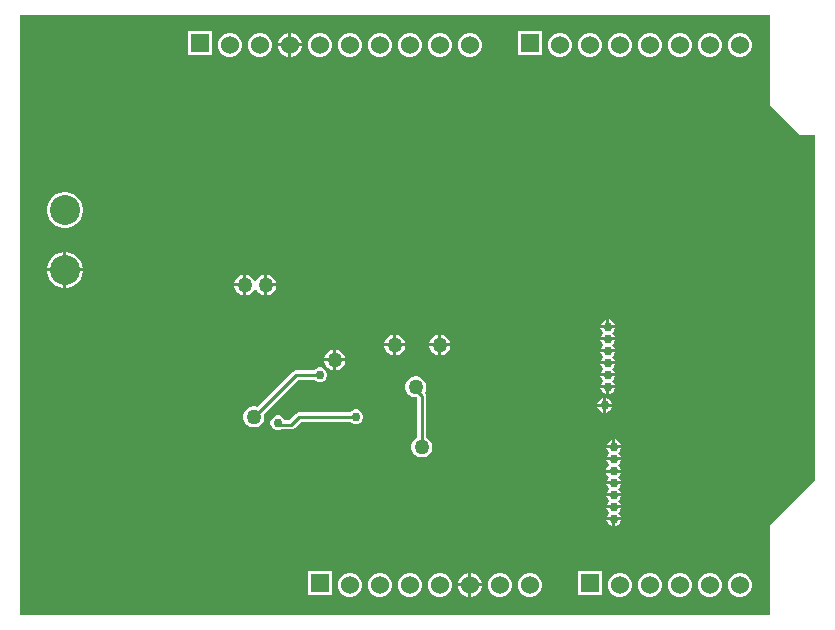
<source format=gbl>
G04*
G04 #@! TF.GenerationSoftware,Altium Limited,Altium Designer,23.3.1 (30)*
G04*
G04 Layer_Physical_Order=2*
G04 Layer_Color=16711680*
%FSLAX44Y44*%
%MOMM*%
G71*
G04*
G04 #@! TF.SameCoordinates,92076935-D0C0-4AE0-889B-4FEA7ABF897C*
G04*
G04*
G04 #@! TF.FilePolarity,Positive*
G04*
G01*
G75*
%ADD13C,0.2540*%
%ADD30C,2.5400*%
%ADD31C,1.5240*%
%ADD32R,1.5240X1.5240*%
%ADD33C,0.7620*%
%ADD34C,1.2700*%
G36*
X635000Y431800D02*
X660400Y406400D01*
X673100D01*
Y114300D01*
X635000Y76200D01*
Y0D01*
X0D01*
Y508000D01*
X635000D01*
Y431800D01*
D02*
G37*
%LPC*%
G36*
X229938Y492760D02*
X229870D01*
Y483870D01*
X238760D01*
Y483938D01*
X238068Y486522D01*
X236730Y488838D01*
X234838Y490730D01*
X232522Y492068D01*
X229938Y492760D01*
D02*
G37*
G36*
X227330D02*
X227262D01*
X224678Y492068D01*
X222362Y490730D01*
X220470Y488838D01*
X219132Y486522D01*
X218440Y483938D01*
Y483870D01*
X227330D01*
Y492760D01*
D02*
G37*
G36*
X441960Y494030D02*
X421640D01*
Y473710D01*
X441960D01*
Y494030D01*
D02*
G37*
G36*
X162560D02*
X142240D01*
Y473710D01*
X162560D01*
Y494030D01*
D02*
G37*
G36*
X610938Y492760D02*
X608262D01*
X605678Y492068D01*
X603362Y490730D01*
X601470Y488838D01*
X600132Y486522D01*
X599440Y483938D01*
Y481262D01*
X600132Y478678D01*
X601470Y476362D01*
X603362Y474470D01*
X605678Y473132D01*
X608262Y472440D01*
X610938D01*
X613522Y473132D01*
X615838Y474470D01*
X617730Y476362D01*
X619068Y478678D01*
X619760Y481262D01*
Y483938D01*
X619068Y486522D01*
X617730Y488838D01*
X615838Y490730D01*
X613522Y492068D01*
X610938Y492760D01*
D02*
G37*
G36*
X585538D02*
X582862D01*
X580278Y492068D01*
X577962Y490730D01*
X576070Y488838D01*
X574732Y486522D01*
X574040Y483938D01*
Y481262D01*
X574732Y478678D01*
X576070Y476362D01*
X577962Y474470D01*
X580278Y473132D01*
X582862Y472440D01*
X585538D01*
X588122Y473132D01*
X590438Y474470D01*
X592330Y476362D01*
X593668Y478678D01*
X594360Y481262D01*
Y483938D01*
X593668Y486522D01*
X592330Y488838D01*
X590438Y490730D01*
X588122Y492068D01*
X585538Y492760D01*
D02*
G37*
G36*
X560138D02*
X557462D01*
X554878Y492068D01*
X552562Y490730D01*
X550670Y488838D01*
X549332Y486522D01*
X548640Y483938D01*
Y481262D01*
X549332Y478678D01*
X550670Y476362D01*
X552562Y474470D01*
X554878Y473132D01*
X557462Y472440D01*
X560138D01*
X562722Y473132D01*
X565038Y474470D01*
X566930Y476362D01*
X568268Y478678D01*
X568960Y481262D01*
Y483938D01*
X568268Y486522D01*
X566930Y488838D01*
X565038Y490730D01*
X562722Y492068D01*
X560138Y492760D01*
D02*
G37*
G36*
X534738D02*
X532062D01*
X529478Y492068D01*
X527162Y490730D01*
X525270Y488838D01*
X523932Y486522D01*
X523240Y483938D01*
Y481262D01*
X523932Y478678D01*
X525270Y476362D01*
X527162Y474470D01*
X529478Y473132D01*
X532062Y472440D01*
X534738D01*
X537322Y473132D01*
X539638Y474470D01*
X541530Y476362D01*
X542868Y478678D01*
X543560Y481262D01*
Y483938D01*
X542868Y486522D01*
X541530Y488838D01*
X539638Y490730D01*
X537322Y492068D01*
X534738Y492760D01*
D02*
G37*
G36*
X509338D02*
X506662D01*
X504078Y492068D01*
X501762Y490730D01*
X499870Y488838D01*
X498532Y486522D01*
X497840Y483938D01*
Y481262D01*
X498532Y478678D01*
X499870Y476362D01*
X501762Y474470D01*
X504078Y473132D01*
X506662Y472440D01*
X509338D01*
X511922Y473132D01*
X514238Y474470D01*
X516130Y476362D01*
X517468Y478678D01*
X518160Y481262D01*
Y483938D01*
X517468Y486522D01*
X516130Y488838D01*
X514238Y490730D01*
X511922Y492068D01*
X509338Y492760D01*
D02*
G37*
G36*
X483938D02*
X481262D01*
X478678Y492068D01*
X476362Y490730D01*
X474470Y488838D01*
X473132Y486522D01*
X472440Y483938D01*
Y481262D01*
X473132Y478678D01*
X474470Y476362D01*
X476362Y474470D01*
X478678Y473132D01*
X481262Y472440D01*
X483938D01*
X486522Y473132D01*
X488838Y474470D01*
X490730Y476362D01*
X492068Y478678D01*
X492760Y481262D01*
Y483938D01*
X492068Y486522D01*
X490730Y488838D01*
X488838Y490730D01*
X486522Y492068D01*
X483938Y492760D01*
D02*
G37*
G36*
X458538D02*
X455862D01*
X453278Y492068D01*
X450962Y490730D01*
X449070Y488838D01*
X447732Y486522D01*
X447040Y483938D01*
Y481262D01*
X447732Y478678D01*
X449070Y476362D01*
X450962Y474470D01*
X453278Y473132D01*
X455862Y472440D01*
X458538D01*
X461122Y473132D01*
X463438Y474470D01*
X465330Y476362D01*
X466668Y478678D01*
X467360Y481262D01*
Y483938D01*
X466668Y486522D01*
X465330Y488838D01*
X463438Y490730D01*
X461122Y492068D01*
X458538Y492760D01*
D02*
G37*
G36*
X382338D02*
X379662D01*
X377078Y492068D01*
X374762Y490730D01*
X372870Y488838D01*
X371532Y486522D01*
X370840Y483938D01*
Y481262D01*
X371532Y478678D01*
X372870Y476362D01*
X374762Y474470D01*
X377078Y473132D01*
X379662Y472440D01*
X382338D01*
X384922Y473132D01*
X387238Y474470D01*
X389130Y476362D01*
X390468Y478678D01*
X391160Y481262D01*
Y483938D01*
X390468Y486522D01*
X389130Y488838D01*
X387238Y490730D01*
X384922Y492068D01*
X382338Y492760D01*
D02*
G37*
G36*
X356938D02*
X354262D01*
X351678Y492068D01*
X349362Y490730D01*
X347470Y488838D01*
X346132Y486522D01*
X345440Y483938D01*
Y481262D01*
X346132Y478678D01*
X347470Y476362D01*
X349362Y474470D01*
X351678Y473132D01*
X354262Y472440D01*
X356938D01*
X359522Y473132D01*
X361838Y474470D01*
X363730Y476362D01*
X365068Y478678D01*
X365760Y481262D01*
Y483938D01*
X365068Y486522D01*
X363730Y488838D01*
X361838Y490730D01*
X359522Y492068D01*
X356938Y492760D01*
D02*
G37*
G36*
X331538D02*
X328862D01*
X326278Y492068D01*
X323962Y490730D01*
X322070Y488838D01*
X320732Y486522D01*
X320040Y483938D01*
Y481262D01*
X320732Y478678D01*
X322070Y476362D01*
X323962Y474470D01*
X326278Y473132D01*
X328862Y472440D01*
X331538D01*
X334122Y473132D01*
X336438Y474470D01*
X338330Y476362D01*
X339668Y478678D01*
X340360Y481262D01*
Y483938D01*
X339668Y486522D01*
X338330Y488838D01*
X336438Y490730D01*
X334122Y492068D01*
X331538Y492760D01*
D02*
G37*
G36*
X306138D02*
X303462D01*
X300878Y492068D01*
X298562Y490730D01*
X296670Y488838D01*
X295332Y486522D01*
X294640Y483938D01*
Y481262D01*
X295332Y478678D01*
X296670Y476362D01*
X298562Y474470D01*
X300878Y473132D01*
X303462Y472440D01*
X306138D01*
X308722Y473132D01*
X311038Y474470D01*
X312930Y476362D01*
X314268Y478678D01*
X314960Y481262D01*
Y483938D01*
X314268Y486522D01*
X312930Y488838D01*
X311038Y490730D01*
X308722Y492068D01*
X306138Y492760D01*
D02*
G37*
G36*
X280738D02*
X278062D01*
X275478Y492068D01*
X273162Y490730D01*
X271270Y488838D01*
X269932Y486522D01*
X269240Y483938D01*
Y481262D01*
X269932Y478678D01*
X271270Y476362D01*
X273162Y474470D01*
X275478Y473132D01*
X278062Y472440D01*
X280738D01*
X283322Y473132D01*
X285638Y474470D01*
X287530Y476362D01*
X288868Y478678D01*
X289560Y481262D01*
Y483938D01*
X288868Y486522D01*
X287530Y488838D01*
X285638Y490730D01*
X283322Y492068D01*
X280738Y492760D01*
D02*
G37*
G36*
X255338D02*
X252662D01*
X250078Y492068D01*
X247762Y490730D01*
X245870Y488838D01*
X244532Y486522D01*
X243840Y483938D01*
Y481262D01*
X244532Y478678D01*
X245870Y476362D01*
X247762Y474470D01*
X250078Y473132D01*
X252662Y472440D01*
X255338D01*
X257922Y473132D01*
X260238Y474470D01*
X262130Y476362D01*
X263468Y478678D01*
X264160Y481262D01*
Y483938D01*
X263468Y486522D01*
X262130Y488838D01*
X260238Y490730D01*
X257922Y492068D01*
X255338Y492760D01*
D02*
G37*
G36*
X238760Y481330D02*
X229870D01*
Y472440D01*
X229938D01*
X232522Y473132D01*
X234838Y474470D01*
X236730Y476362D01*
X238068Y478678D01*
X238760Y481262D01*
Y481330D01*
D02*
G37*
G36*
X227330D02*
X218440D01*
Y481262D01*
X219132Y478678D01*
X220470Y476362D01*
X222362Y474470D01*
X224678Y473132D01*
X227262Y472440D01*
X227330D01*
Y481330D01*
D02*
G37*
G36*
X204538Y492760D02*
X201862D01*
X199278Y492068D01*
X196962Y490730D01*
X195070Y488838D01*
X193732Y486522D01*
X193040Y483938D01*
Y481262D01*
X193732Y478678D01*
X195070Y476362D01*
X196962Y474470D01*
X199278Y473132D01*
X201862Y472440D01*
X204538D01*
X207122Y473132D01*
X209438Y474470D01*
X211330Y476362D01*
X212668Y478678D01*
X213360Y481262D01*
Y483938D01*
X212668Y486522D01*
X211330Y488838D01*
X209438Y490730D01*
X207122Y492068D01*
X204538Y492760D01*
D02*
G37*
G36*
X179138D02*
X176462D01*
X173878Y492068D01*
X171562Y490730D01*
X169670Y488838D01*
X168332Y486522D01*
X167640Y483938D01*
Y481262D01*
X168332Y478678D01*
X169670Y476362D01*
X171562Y474470D01*
X173878Y473132D01*
X176462Y472440D01*
X179138D01*
X181722Y473132D01*
X184038Y474470D01*
X185930Y476362D01*
X187268Y478678D01*
X187960Y481262D01*
Y483938D01*
X187268Y486522D01*
X185930Y488838D01*
X184038Y490730D01*
X181722Y492068D01*
X179138Y492760D01*
D02*
G37*
G36*
X39601Y358140D02*
X36599D01*
X33655Y357554D01*
X30881Y356405D01*
X28385Y354738D01*
X26262Y352615D01*
X24595Y350119D01*
X23446Y347345D01*
X22860Y344401D01*
Y341399D01*
X23446Y338455D01*
X24595Y335681D01*
X26262Y333185D01*
X28385Y331062D01*
X30881Y329394D01*
X33655Y328246D01*
X36599Y327660D01*
X39601D01*
X42545Y328246D01*
X45319Y329394D01*
X47815Y331062D01*
X49938Y333185D01*
X51606Y335681D01*
X52754Y338455D01*
X53340Y341399D01*
Y344401D01*
X52754Y347345D01*
X51606Y350119D01*
X49938Y352615D01*
X47815Y354738D01*
X45319Y356405D01*
X42545Y357554D01*
X39601Y358140D01*
D02*
G37*
G36*
Y307340D02*
X39370D01*
Y293370D01*
X53340D01*
Y293601D01*
X52754Y296545D01*
X51606Y299319D01*
X49938Y301815D01*
X47815Y303938D01*
X45319Y305606D01*
X42545Y306754D01*
X39601Y307340D01*
D02*
G37*
G36*
X36830D02*
X36599D01*
X33655Y306754D01*
X30881Y305606D01*
X28385Y303938D01*
X26262Y301815D01*
X24595Y299319D01*
X23446Y296545D01*
X22860Y293601D01*
Y293370D01*
X36830D01*
Y307340D01*
D02*
G37*
G36*
X207010Y288263D02*
X204849Y287684D01*
X202821Y286514D01*
X201166Y284859D01*
X200066Y282953D01*
X199390Y282850D01*
X198714Y282953D01*
X197614Y284859D01*
X195959Y286514D01*
X193931Y287684D01*
X191770Y288263D01*
Y279400D01*
Y270537D01*
X193931Y271116D01*
X195959Y272286D01*
X197614Y273941D01*
X198714Y275847D01*
X199390Y275950D01*
X200066Y275847D01*
X201166Y273941D01*
X202821Y272286D01*
X204849Y271116D01*
X207010Y270537D01*
Y279400D01*
Y288263D01*
D02*
G37*
G36*
X209550D02*
Y280670D01*
X217143D01*
X216564Y282831D01*
X215394Y284859D01*
X213739Y286514D01*
X211711Y287684D01*
X209550Y288263D01*
D02*
G37*
G36*
X189230D02*
X187069Y287684D01*
X185041Y286514D01*
X183386Y284859D01*
X182216Y282831D01*
X181637Y280670D01*
X189230D01*
Y288263D01*
D02*
G37*
G36*
X53340Y290830D02*
X39370D01*
Y276860D01*
X39601D01*
X42545Y277446D01*
X45319Y278594D01*
X47815Y280262D01*
X49938Y282385D01*
X51606Y284881D01*
X52754Y287655D01*
X53340Y290599D01*
Y290830D01*
D02*
G37*
G36*
X36830D02*
X22860D01*
Y290599D01*
X23446Y287655D01*
X24595Y284881D01*
X26262Y282385D01*
X28385Y280262D01*
X30881Y278594D01*
X33655Y277446D01*
X36599Y276860D01*
X36830D01*
Y290830D01*
D02*
G37*
G36*
X217143Y278130D02*
X209550D01*
Y270537D01*
X211711Y271116D01*
X213739Y272286D01*
X215394Y273941D01*
X216564Y275969D01*
X217143Y278130D01*
D02*
G37*
G36*
X189230D02*
X181637D01*
X182216Y275969D01*
X183386Y273941D01*
X185041Y272286D01*
X187069Y271116D01*
X189230Y270537D01*
Y278130D01*
D02*
G37*
G36*
X499110Y250187D02*
Y245110D01*
X504187D01*
X503223Y247437D01*
X501437Y249223D01*
X499110Y250187D01*
D02*
G37*
G36*
X496570D02*
X494243Y249223D01*
X492457Y247437D01*
X491493Y245110D01*
X496570D01*
Y250187D01*
D02*
G37*
G36*
X504187Y242570D02*
X491493D01*
X492457Y240243D01*
X493940Y238760D01*
X492457Y237277D01*
X491493Y234950D01*
X504187D01*
X503223Y237277D01*
X501740Y238760D01*
X503223Y240243D01*
X504187Y242570D01*
D02*
G37*
G36*
X356870Y237463D02*
Y229870D01*
X364463D01*
X363884Y232031D01*
X362714Y234059D01*
X361059Y235714D01*
X359031Y236884D01*
X356870Y237463D01*
D02*
G37*
G36*
X354330D02*
X352169Y236884D01*
X350141Y235714D01*
X348486Y234059D01*
X347316Y232031D01*
X346737Y229870D01*
X354330D01*
Y237463D01*
D02*
G37*
G36*
X318770D02*
Y229870D01*
X326363D01*
X325784Y232031D01*
X324614Y234059D01*
X322959Y235714D01*
X320931Y236884D01*
X318770Y237463D01*
D02*
G37*
G36*
X316230D02*
X314069Y236884D01*
X312041Y235714D01*
X310386Y234059D01*
X309216Y232031D01*
X308637Y229870D01*
X316230D01*
Y237463D01*
D02*
G37*
G36*
X504187Y232410D02*
X491493D01*
X492457Y230083D01*
X493940Y228600D01*
X492457Y227117D01*
X491493Y224790D01*
X504187D01*
X503223Y227117D01*
X501740Y228600D01*
X503223Y230083D01*
X504187Y232410D01*
D02*
G37*
G36*
X364463Y227330D02*
X356870D01*
Y219737D01*
X359031Y220316D01*
X361059Y221486D01*
X362714Y223141D01*
X363884Y225169D01*
X364463Y227330D01*
D02*
G37*
G36*
X354330D02*
X346737D01*
X347316Y225169D01*
X348486Y223141D01*
X350141Y221486D01*
X352169Y220316D01*
X354330Y219737D01*
Y227330D01*
D02*
G37*
G36*
X326363D02*
X318770D01*
Y219737D01*
X320931Y220316D01*
X322959Y221486D01*
X324614Y223141D01*
X325784Y225169D01*
X326363Y227330D01*
D02*
G37*
G36*
X316230D02*
X308637D01*
X309216Y225169D01*
X310386Y223141D01*
X312041Y221486D01*
X314069Y220316D01*
X316230Y219737D01*
Y227330D01*
D02*
G37*
G36*
X267970Y224763D02*
Y217170D01*
X275563D01*
X274984Y219331D01*
X273814Y221359D01*
X272159Y223014D01*
X270131Y224184D01*
X267970Y224763D01*
D02*
G37*
G36*
X265430D02*
X263269Y224184D01*
X261241Y223014D01*
X259586Y221359D01*
X258416Y219331D01*
X257837Y217170D01*
X265430D01*
Y224763D01*
D02*
G37*
G36*
X504187Y222250D02*
X491493D01*
X492457Y219923D01*
X493940Y218440D01*
X492457Y216957D01*
X491493Y214630D01*
X504187D01*
X503223Y216957D01*
X501740Y218440D01*
X503223Y219923D01*
X504187Y222250D01*
D02*
G37*
G36*
X275563Y214630D02*
X267970D01*
Y207037D01*
X270131Y207616D01*
X272159Y208786D01*
X273814Y210441D01*
X274984Y212469D01*
X275563Y214630D01*
D02*
G37*
G36*
X265430D02*
X257837D01*
X258416Y212469D01*
X259586Y210441D01*
X261241Y208786D01*
X263269Y207616D01*
X265430Y207037D01*
Y214630D01*
D02*
G37*
G36*
X504187Y212090D02*
X491493D01*
X492457Y209763D01*
X493940Y208280D01*
X492457Y206797D01*
X491493Y204470D01*
X504187D01*
X503223Y206797D01*
X501740Y208280D01*
X503223Y209763D01*
X504187Y212090D01*
D02*
G37*
G36*
X255263Y209550D02*
X252737D01*
X250403Y208583D01*
X248904Y207085D01*
X233680D01*
X232193Y206789D01*
X230933Y205947D01*
X201046Y176060D01*
X199290Y176530D01*
X196950D01*
X194689Y175924D01*
X192661Y174754D01*
X191006Y173099D01*
X189836Y171071D01*
X189230Y168810D01*
Y166470D01*
X189836Y164209D01*
X191006Y162181D01*
X192661Y160526D01*
X194689Y159356D01*
X196950Y158750D01*
X199290D01*
X201551Y159356D01*
X203579Y160526D01*
X205234Y162181D01*
X206404Y164209D01*
X207010Y166470D01*
Y168810D01*
X206540Y170566D01*
X235289Y199315D01*
X248904D01*
X250403Y197817D01*
X252737Y196850D01*
X255263D01*
X257597Y197817D01*
X259383Y199603D01*
X260350Y201937D01*
Y204463D01*
X259383Y206797D01*
X257597Y208583D01*
X255263Y209550D01*
D02*
G37*
G36*
X504187Y201930D02*
X491493D01*
X492457Y199603D01*
X493940Y198120D01*
X492457Y196637D01*
X491493Y194310D01*
X504187D01*
X503223Y196637D01*
X501740Y198120D01*
X503223Y199603D01*
X504187Y201930D01*
D02*
G37*
G36*
Y191770D02*
X499110D01*
Y186693D01*
X501437Y187657D01*
X503223Y189443D01*
X504187Y191770D01*
D02*
G37*
G36*
X496570D02*
X491493D01*
X492457Y189443D01*
X494243Y187657D01*
X496570Y186693D01*
Y191770D01*
D02*
G37*
G36*
Y184070D02*
Y178993D01*
X501647D01*
X500683Y181320D01*
X498897Y183106D01*
X496570Y184070D01*
D02*
G37*
G36*
X494030D02*
X491703Y183106D01*
X489917Y181320D01*
X488953Y178993D01*
X494030D01*
Y184070D01*
D02*
G37*
G36*
X501647Y176453D02*
X496570D01*
Y171375D01*
X498897Y172339D01*
X500683Y174125D01*
X501647Y176453D01*
D02*
G37*
G36*
X494030D02*
X488953D01*
X489917Y174125D01*
X491703Y172339D01*
X494030Y171375D01*
Y176453D01*
D02*
G37*
G36*
X285743Y173990D02*
X283217D01*
X280883Y173023D01*
X279384Y171525D01*
X236429D01*
X234943Y171229D01*
X233682Y170387D01*
X228261Y164965D01*
X224317D01*
X223823Y166157D01*
X222037Y167943D01*
X219703Y168910D01*
X217177D01*
X214843Y167943D01*
X213057Y166157D01*
X212090Y163823D01*
Y161297D01*
X213057Y158963D01*
X214843Y157177D01*
X217177Y156210D01*
X219703D01*
X222037Y157177D01*
X222056Y157196D01*
X229870D01*
X231357Y157492D01*
X232617Y158334D01*
X238038Y163755D01*
X279384D01*
X280883Y162257D01*
X283217Y161290D01*
X285743D01*
X288077Y162257D01*
X289863Y164043D01*
X290830Y166377D01*
Y168903D01*
X289863Y171237D01*
X288077Y173023D01*
X285743Y173990D01*
D02*
G37*
G36*
X504190Y148587D02*
Y143510D01*
X509267D01*
X508303Y145837D01*
X506517Y147623D01*
X504190Y148587D01*
D02*
G37*
G36*
X501650D02*
X499323Y147623D01*
X497537Y145837D01*
X496573Y143510D01*
X501650D01*
Y148587D01*
D02*
G37*
G36*
X509267Y140970D02*
X496573D01*
X497537Y138643D01*
X499020Y137160D01*
X497537Y135677D01*
X496573Y133350D01*
X509267D01*
X508303Y135677D01*
X506820Y137160D01*
X508303Y138643D01*
X509267Y140970D01*
D02*
G37*
G36*
X336450Y201930D02*
X334110D01*
X331849Y201324D01*
X329821Y200154D01*
X328166Y198499D01*
X326996Y196471D01*
X326390Y194210D01*
Y191870D01*
X326996Y189609D01*
X328166Y187581D01*
X329821Y185926D01*
X331849Y184756D01*
X334110Y184150D01*
X335927D01*
X336475Y183602D01*
Y150262D01*
X334901Y149354D01*
X333246Y147699D01*
X332076Y145671D01*
X331470Y143410D01*
Y141070D01*
X332076Y138809D01*
X333246Y136781D01*
X334901Y135126D01*
X336929Y133956D01*
X339190Y133350D01*
X341530D01*
X343791Y133956D01*
X345819Y135126D01*
X347474Y136781D01*
X348644Y138809D01*
X349250Y141070D01*
Y143410D01*
X348644Y145671D01*
X347474Y147699D01*
X345819Y149354D01*
X344245Y150262D01*
Y185211D01*
X343949Y186697D01*
X343107Y187958D01*
X342793Y188272D01*
X343564Y189609D01*
X344170Y191870D01*
Y194210D01*
X343564Y196471D01*
X342394Y198499D01*
X340739Y200154D01*
X338711Y201324D01*
X336450Y201930D01*
D02*
G37*
G36*
X509267Y130810D02*
X496573D01*
X497537Y128483D01*
X499002Y127018D01*
X497220Y125237D01*
X496256Y122910D01*
X508951D01*
X507987Y125237D01*
X506522Y126702D01*
X508303Y128483D01*
X509267Y130810D01*
D02*
G37*
G36*
X508951Y120370D02*
X496256D01*
X497220Y118043D01*
X498721Y116542D01*
X497537Y115357D01*
X496573Y113030D01*
X509267D01*
X508303Y115357D01*
X506802Y116858D01*
X507987Y118043D01*
X508951Y120370D01*
D02*
G37*
G36*
X509267Y110490D02*
X496573D01*
X497537Y108163D01*
X499020Y106680D01*
X497537Y105197D01*
X496573Y102870D01*
X509267D01*
X508303Y105197D01*
X506820Y106680D01*
X508303Y108163D01*
X509267Y110490D01*
D02*
G37*
G36*
Y100330D02*
X496573D01*
X497537Y98003D01*
X499020Y96520D01*
X497537Y95037D01*
X496573Y92710D01*
X509267D01*
X508303Y95037D01*
X506820Y96520D01*
X508303Y98003D01*
X509267Y100330D01*
D02*
G37*
G36*
Y90170D02*
X496573D01*
X497537Y87843D01*
X499020Y86360D01*
X497537Y84877D01*
X496573Y82550D01*
X509267D01*
X508303Y84877D01*
X506820Y86360D01*
X508303Y87843D01*
X509267Y90170D01*
D02*
G37*
G36*
Y80010D02*
X504190D01*
Y74933D01*
X506517Y75897D01*
X508303Y77683D01*
X509267Y80010D01*
D02*
G37*
G36*
X501650D02*
X496573D01*
X497537Y77683D01*
X499323Y75897D01*
X501650Y74933D01*
Y80010D01*
D02*
G37*
G36*
X382338Y35560D02*
X382270D01*
Y26670D01*
X391160D01*
Y26738D01*
X390468Y29322D01*
X389130Y31638D01*
X387238Y33530D01*
X384922Y34868D01*
X382338Y35560D01*
D02*
G37*
G36*
X379730D02*
X379662D01*
X377078Y34868D01*
X374762Y33530D01*
X372870Y31638D01*
X371532Y29322D01*
X370840Y26738D01*
Y26670D01*
X379730D01*
Y35560D01*
D02*
G37*
G36*
X492760Y36830D02*
X472440D01*
Y16510D01*
X492760D01*
Y36830D01*
D02*
G37*
G36*
X264160D02*
X243840D01*
Y16510D01*
X264160D01*
Y36830D01*
D02*
G37*
G36*
X610938Y35560D02*
X608262D01*
X605678Y34868D01*
X603362Y33530D01*
X601470Y31638D01*
X600132Y29322D01*
X599440Y26738D01*
Y24062D01*
X600132Y21478D01*
X601470Y19162D01*
X603362Y17270D01*
X605678Y15932D01*
X608262Y15240D01*
X610938D01*
X613522Y15932D01*
X615838Y17270D01*
X617730Y19162D01*
X619068Y21478D01*
X619760Y24062D01*
Y26738D01*
X619068Y29322D01*
X617730Y31638D01*
X615838Y33530D01*
X613522Y34868D01*
X610938Y35560D01*
D02*
G37*
G36*
X585538D02*
X582862D01*
X580278Y34868D01*
X577962Y33530D01*
X576070Y31638D01*
X574732Y29322D01*
X574040Y26738D01*
Y24062D01*
X574732Y21478D01*
X576070Y19162D01*
X577962Y17270D01*
X580278Y15932D01*
X582862Y15240D01*
X585538D01*
X588122Y15932D01*
X590438Y17270D01*
X592330Y19162D01*
X593668Y21478D01*
X594360Y24062D01*
Y26738D01*
X593668Y29322D01*
X592330Y31638D01*
X590438Y33530D01*
X588122Y34868D01*
X585538Y35560D01*
D02*
G37*
G36*
X560138D02*
X557462D01*
X554878Y34868D01*
X552562Y33530D01*
X550670Y31638D01*
X549332Y29322D01*
X548640Y26738D01*
Y24062D01*
X549332Y21478D01*
X550670Y19162D01*
X552562Y17270D01*
X554878Y15932D01*
X557462Y15240D01*
X560138D01*
X562722Y15932D01*
X565038Y17270D01*
X566930Y19162D01*
X568268Y21478D01*
X568960Y24062D01*
Y26738D01*
X568268Y29322D01*
X566930Y31638D01*
X565038Y33530D01*
X562722Y34868D01*
X560138Y35560D01*
D02*
G37*
G36*
X534738D02*
X532062D01*
X529478Y34868D01*
X527162Y33530D01*
X525270Y31638D01*
X523932Y29322D01*
X523240Y26738D01*
Y24062D01*
X523932Y21478D01*
X525270Y19162D01*
X527162Y17270D01*
X529478Y15932D01*
X532062Y15240D01*
X534738D01*
X537322Y15932D01*
X539638Y17270D01*
X541530Y19162D01*
X542868Y21478D01*
X543560Y24062D01*
Y26738D01*
X542868Y29322D01*
X541530Y31638D01*
X539638Y33530D01*
X537322Y34868D01*
X534738Y35560D01*
D02*
G37*
G36*
X509338D02*
X506662D01*
X504078Y34868D01*
X501762Y33530D01*
X499870Y31638D01*
X498532Y29322D01*
X497840Y26738D01*
Y24062D01*
X498532Y21478D01*
X499870Y19162D01*
X501762Y17270D01*
X504078Y15932D01*
X506662Y15240D01*
X509338D01*
X511922Y15932D01*
X514238Y17270D01*
X516130Y19162D01*
X517468Y21478D01*
X518160Y24062D01*
Y26738D01*
X517468Y29322D01*
X516130Y31638D01*
X514238Y33530D01*
X511922Y34868D01*
X509338Y35560D01*
D02*
G37*
G36*
X433138D02*
X430462D01*
X427878Y34868D01*
X425562Y33530D01*
X423670Y31638D01*
X422332Y29322D01*
X421640Y26738D01*
Y24062D01*
X422332Y21478D01*
X423670Y19162D01*
X425562Y17270D01*
X427878Y15932D01*
X430462Y15240D01*
X433138D01*
X435722Y15932D01*
X438038Y17270D01*
X439930Y19162D01*
X441268Y21478D01*
X441960Y24062D01*
Y26738D01*
X441268Y29322D01*
X439930Y31638D01*
X438038Y33530D01*
X435722Y34868D01*
X433138Y35560D01*
D02*
G37*
G36*
X407738D02*
X405062D01*
X402478Y34868D01*
X400162Y33530D01*
X398270Y31638D01*
X396932Y29322D01*
X396240Y26738D01*
Y24062D01*
X396932Y21478D01*
X398270Y19162D01*
X400162Y17270D01*
X402478Y15932D01*
X405062Y15240D01*
X407738D01*
X410322Y15932D01*
X412638Y17270D01*
X414530Y19162D01*
X415868Y21478D01*
X416560Y24062D01*
Y26738D01*
X415868Y29322D01*
X414530Y31638D01*
X412638Y33530D01*
X410322Y34868D01*
X407738Y35560D01*
D02*
G37*
G36*
X391160Y24130D02*
X382270D01*
Y15240D01*
X382338D01*
X384922Y15932D01*
X387238Y17270D01*
X389130Y19162D01*
X390468Y21478D01*
X391160Y24062D01*
Y24130D01*
D02*
G37*
G36*
X379730D02*
X370840D01*
Y24062D01*
X371532Y21478D01*
X372870Y19162D01*
X374762Y17270D01*
X377078Y15932D01*
X379662Y15240D01*
X379730D01*
Y24130D01*
D02*
G37*
G36*
X356938Y35560D02*
X354262D01*
X351678Y34868D01*
X349362Y33530D01*
X347470Y31638D01*
X346132Y29322D01*
X345440Y26738D01*
Y24062D01*
X346132Y21478D01*
X347470Y19162D01*
X349362Y17270D01*
X351678Y15932D01*
X354262Y15240D01*
X356938D01*
X359522Y15932D01*
X361838Y17270D01*
X363730Y19162D01*
X365068Y21478D01*
X365760Y24062D01*
Y26738D01*
X365068Y29322D01*
X363730Y31638D01*
X361838Y33530D01*
X359522Y34868D01*
X356938Y35560D01*
D02*
G37*
G36*
X331538D02*
X328862D01*
X326278Y34868D01*
X323962Y33530D01*
X322070Y31638D01*
X320732Y29322D01*
X320040Y26738D01*
Y24062D01*
X320732Y21478D01*
X322070Y19162D01*
X323962Y17270D01*
X326278Y15932D01*
X328862Y15240D01*
X331538D01*
X334122Y15932D01*
X336438Y17270D01*
X338330Y19162D01*
X339668Y21478D01*
X340360Y24062D01*
Y26738D01*
X339668Y29322D01*
X338330Y31638D01*
X336438Y33530D01*
X334122Y34868D01*
X331538Y35560D01*
D02*
G37*
G36*
X306138D02*
X303462D01*
X300878Y34868D01*
X298562Y33530D01*
X296670Y31638D01*
X295332Y29322D01*
X294640Y26738D01*
Y24062D01*
X295332Y21478D01*
X296670Y19162D01*
X298562Y17270D01*
X300878Y15932D01*
X303462Y15240D01*
X306138D01*
X308722Y15932D01*
X311038Y17270D01*
X312930Y19162D01*
X314268Y21478D01*
X314960Y24062D01*
Y26738D01*
X314268Y29322D01*
X312930Y31638D01*
X311038Y33530D01*
X308722Y34868D01*
X306138Y35560D01*
D02*
G37*
G36*
X280738D02*
X278062D01*
X275478Y34868D01*
X273162Y33530D01*
X271270Y31638D01*
X269932Y29322D01*
X269240Y26738D01*
Y24062D01*
X269932Y21478D01*
X271270Y19162D01*
X273162Y17270D01*
X275478Y15932D01*
X278062Y15240D01*
X280738D01*
X283322Y15932D01*
X285638Y17270D01*
X287530Y19162D01*
X288868Y21478D01*
X289560Y24062D01*
Y26738D01*
X288868Y29322D01*
X287530Y31638D01*
X285638Y33530D01*
X283322Y34868D01*
X280738Y35560D01*
D02*
G37*
%LPD*%
D13*
X198120Y167640D02*
X233680Y203200D01*
X254000D01*
X335280Y190291D02*
Y193040D01*
Y190291D02*
X340360Y185211D01*
Y142240D02*
Y185211D01*
X218440Y162560D02*
X219919Y161081D01*
X229870D02*
X236429Y167640D01*
X219919Y161081D02*
X229870D01*
X236429Y167640D02*
X284480D01*
D30*
X38100Y292100D02*
D03*
Y342900D02*
D03*
D31*
X609600Y482600D02*
D03*
X584200D02*
D03*
X457200D02*
D03*
X482600D02*
D03*
X508000D02*
D03*
X533400D02*
D03*
X558800D02*
D03*
X381000D02*
D03*
X355600D02*
D03*
X330200D02*
D03*
X304800D02*
D03*
X177800D02*
D03*
X203200D02*
D03*
X228600D02*
D03*
X254000D02*
D03*
X279400D02*
D03*
X431800Y25400D02*
D03*
X406400D02*
D03*
X279400D02*
D03*
X304800D02*
D03*
X330200D02*
D03*
X355600D02*
D03*
X381000D02*
D03*
X609600D02*
D03*
X584200D02*
D03*
X558800D02*
D03*
X533400D02*
D03*
X508000D02*
D03*
D32*
X431800Y483870D02*
D03*
X152400D02*
D03*
X254000Y26670D02*
D03*
X482600D02*
D03*
D33*
X254000Y203200D02*
D03*
X502604Y121640D02*
D03*
X495300Y177722D02*
D03*
X502920Y101600D02*
D03*
Y111760D02*
D03*
Y91440D02*
D03*
X497840Y193040D02*
D03*
X218440Y162560D02*
D03*
X284480Y167640D02*
D03*
X497840Y243840D02*
D03*
Y233680D02*
D03*
Y223520D02*
D03*
Y213360D02*
D03*
Y203200D02*
D03*
X502920Y142240D02*
D03*
Y132080D02*
D03*
Y81280D02*
D03*
D34*
X198120Y167640D02*
D03*
X335280Y193040D02*
D03*
X340360Y142240D02*
D03*
X355600Y228600D02*
D03*
X317500D02*
D03*
X266700Y215900D02*
D03*
X208280Y279400D02*
D03*
X190500D02*
D03*
M02*

</source>
